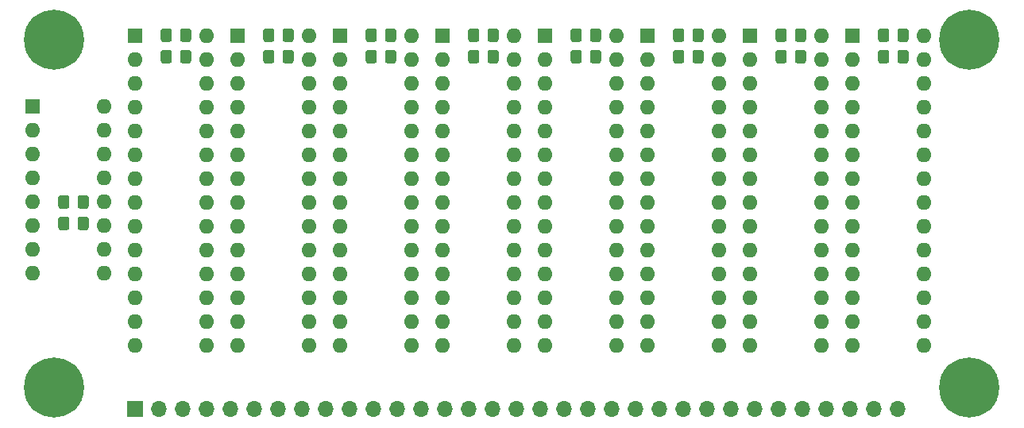
<source format=gbs>
G04 #@! TF.GenerationSoftware,KiCad,Pcbnew,(5.1.9-0-10_14)*
G04 #@! TF.CreationDate,2021-06-10T12:38:53+02:00*
G04 #@! TF.ProjectId,video_memory,76696465-6f5f-46d6-956d-6f72792e6b69,rev?*
G04 #@! TF.SameCoordinates,Original*
G04 #@! TF.FileFunction,Soldermask,Bot*
G04 #@! TF.FilePolarity,Negative*
%FSLAX46Y46*%
G04 Gerber Fmt 4.6, Leading zero omitted, Abs format (unit mm)*
G04 Created by KiCad (PCBNEW (5.1.9-0-10_14)) date 2021-06-10 12:38:53*
%MOMM*%
%LPD*%
G01*
G04 APERTURE LIST*
%ADD10O,1.600000X1.600000*%
%ADD11R,1.600000X1.600000*%
%ADD12C,6.400000*%
%ADD13O,1.700000X1.700000*%
%ADD14R,1.700000X1.700000*%
G04 APERTURE END LIST*
D10*
X96266000Y-85905000D03*
X88646000Y-118925000D03*
X96266000Y-88445000D03*
X88646000Y-116385000D03*
X96266000Y-90985000D03*
X88646000Y-113845000D03*
X96266000Y-93525000D03*
X88646000Y-111305000D03*
X96266000Y-96065000D03*
X88646000Y-108765000D03*
X96266000Y-98605000D03*
X88646000Y-106225000D03*
X96266000Y-101145000D03*
X88646000Y-103685000D03*
X96266000Y-103685000D03*
X88646000Y-101145000D03*
X96266000Y-106225000D03*
X88646000Y-98605000D03*
X96266000Y-108765000D03*
X88646000Y-96065000D03*
X96266000Y-111305000D03*
X88646000Y-93525000D03*
X96266000Y-113845000D03*
X88646000Y-90985000D03*
X96266000Y-116385000D03*
X88646000Y-88445000D03*
X96266000Y-118925000D03*
D11*
X88646000Y-85905000D03*
G36*
G01*
X168968000Y-87663000D02*
X168968000Y-88613000D01*
G75*
G02*
X168718000Y-88863000I-250000J0D01*
G01*
X168043000Y-88863000D01*
G75*
G02*
X167793000Y-88613000I0J250000D01*
G01*
X167793000Y-87663000D01*
G75*
G02*
X168043000Y-87413000I250000J0D01*
G01*
X168718000Y-87413000D01*
G75*
G02*
X168968000Y-87663000I0J-250000D01*
G01*
G37*
G36*
G01*
X171043000Y-87663000D02*
X171043000Y-88613000D01*
G75*
G02*
X170793000Y-88863000I-250000J0D01*
G01*
X170118000Y-88863000D01*
G75*
G02*
X169868000Y-88613000I0J250000D01*
G01*
X169868000Y-87663000D01*
G75*
G02*
X170118000Y-87413000I250000J0D01*
G01*
X170793000Y-87413000D01*
G75*
G02*
X171043000Y-87663000I0J-250000D01*
G01*
G37*
G36*
G01*
X158046000Y-87663000D02*
X158046000Y-88613000D01*
G75*
G02*
X157796000Y-88863000I-250000J0D01*
G01*
X157121000Y-88863000D01*
G75*
G02*
X156871000Y-88613000I0J250000D01*
G01*
X156871000Y-87663000D01*
G75*
G02*
X157121000Y-87413000I250000J0D01*
G01*
X157796000Y-87413000D01*
G75*
G02*
X158046000Y-87663000I0J-250000D01*
G01*
G37*
G36*
G01*
X160121000Y-87663000D02*
X160121000Y-88613000D01*
G75*
G02*
X159871000Y-88863000I-250000J0D01*
G01*
X159196000Y-88863000D01*
G75*
G02*
X158946000Y-88613000I0J250000D01*
G01*
X158946000Y-87663000D01*
G75*
G02*
X159196000Y-87413000I250000J0D01*
G01*
X159871000Y-87413000D01*
G75*
G02*
X160121000Y-87663000I0J-250000D01*
G01*
G37*
G36*
G01*
X147124000Y-87663000D02*
X147124000Y-88613000D01*
G75*
G02*
X146874000Y-88863000I-250000J0D01*
G01*
X146199000Y-88863000D01*
G75*
G02*
X145949000Y-88613000I0J250000D01*
G01*
X145949000Y-87663000D01*
G75*
G02*
X146199000Y-87413000I250000J0D01*
G01*
X146874000Y-87413000D01*
G75*
G02*
X147124000Y-87663000I0J-250000D01*
G01*
G37*
G36*
G01*
X149199000Y-87663000D02*
X149199000Y-88613000D01*
G75*
G02*
X148949000Y-88863000I-250000J0D01*
G01*
X148274000Y-88863000D01*
G75*
G02*
X148024000Y-88613000I0J250000D01*
G01*
X148024000Y-87663000D01*
G75*
G02*
X148274000Y-87413000I250000J0D01*
G01*
X148949000Y-87413000D01*
G75*
G02*
X149199000Y-87663000I0J-250000D01*
G01*
G37*
G36*
G01*
X136202000Y-87663000D02*
X136202000Y-88613000D01*
G75*
G02*
X135952000Y-88863000I-250000J0D01*
G01*
X135277000Y-88863000D01*
G75*
G02*
X135027000Y-88613000I0J250000D01*
G01*
X135027000Y-87663000D01*
G75*
G02*
X135277000Y-87413000I250000J0D01*
G01*
X135952000Y-87413000D01*
G75*
G02*
X136202000Y-87663000I0J-250000D01*
G01*
G37*
G36*
G01*
X138277000Y-87663000D02*
X138277000Y-88613000D01*
G75*
G02*
X138027000Y-88863000I-250000J0D01*
G01*
X137352000Y-88863000D01*
G75*
G02*
X137102000Y-88613000I0J250000D01*
G01*
X137102000Y-87663000D01*
G75*
G02*
X137352000Y-87413000I250000J0D01*
G01*
X138027000Y-87413000D01*
G75*
G02*
X138277000Y-87663000I0J-250000D01*
G01*
G37*
G36*
G01*
X125280000Y-87663000D02*
X125280000Y-88613000D01*
G75*
G02*
X125030000Y-88863000I-250000J0D01*
G01*
X124355000Y-88863000D01*
G75*
G02*
X124105000Y-88613000I0J250000D01*
G01*
X124105000Y-87663000D01*
G75*
G02*
X124355000Y-87413000I250000J0D01*
G01*
X125030000Y-87413000D01*
G75*
G02*
X125280000Y-87663000I0J-250000D01*
G01*
G37*
G36*
G01*
X127355000Y-87663000D02*
X127355000Y-88613000D01*
G75*
G02*
X127105000Y-88863000I-250000J0D01*
G01*
X126430000Y-88863000D01*
G75*
G02*
X126180000Y-88613000I0J250000D01*
G01*
X126180000Y-87663000D01*
G75*
G02*
X126430000Y-87413000I250000J0D01*
G01*
X127105000Y-87413000D01*
G75*
G02*
X127355000Y-87663000I0J-250000D01*
G01*
G37*
G36*
G01*
X114358000Y-87663000D02*
X114358000Y-88613000D01*
G75*
G02*
X114108000Y-88863000I-250000J0D01*
G01*
X113433000Y-88863000D01*
G75*
G02*
X113183000Y-88613000I0J250000D01*
G01*
X113183000Y-87663000D01*
G75*
G02*
X113433000Y-87413000I250000J0D01*
G01*
X114108000Y-87413000D01*
G75*
G02*
X114358000Y-87663000I0J-250000D01*
G01*
G37*
G36*
G01*
X116433000Y-87663000D02*
X116433000Y-88613000D01*
G75*
G02*
X116183000Y-88863000I-250000J0D01*
G01*
X115508000Y-88863000D01*
G75*
G02*
X115258000Y-88613000I0J250000D01*
G01*
X115258000Y-87663000D01*
G75*
G02*
X115508000Y-87413000I250000J0D01*
G01*
X116183000Y-87413000D01*
G75*
G02*
X116433000Y-87663000I0J-250000D01*
G01*
G37*
G36*
G01*
X103436000Y-87663000D02*
X103436000Y-88613000D01*
G75*
G02*
X103186000Y-88863000I-250000J0D01*
G01*
X102511000Y-88863000D01*
G75*
G02*
X102261000Y-88613000I0J250000D01*
G01*
X102261000Y-87663000D01*
G75*
G02*
X102511000Y-87413000I250000J0D01*
G01*
X103186000Y-87413000D01*
G75*
G02*
X103436000Y-87663000I0J-250000D01*
G01*
G37*
G36*
G01*
X105511000Y-87663000D02*
X105511000Y-88613000D01*
G75*
G02*
X105261000Y-88863000I-250000J0D01*
G01*
X104586000Y-88863000D01*
G75*
G02*
X104336000Y-88613000I0J250000D01*
G01*
X104336000Y-87663000D01*
G75*
G02*
X104586000Y-87413000I250000J0D01*
G01*
X105261000Y-87413000D01*
G75*
G02*
X105511000Y-87663000I0J-250000D01*
G01*
G37*
G36*
G01*
X92514000Y-87663000D02*
X92514000Y-88613000D01*
G75*
G02*
X92264000Y-88863000I-250000J0D01*
G01*
X91589000Y-88863000D01*
G75*
G02*
X91339000Y-88613000I0J250000D01*
G01*
X91339000Y-87663000D01*
G75*
G02*
X91589000Y-87413000I250000J0D01*
G01*
X92264000Y-87413000D01*
G75*
G02*
X92514000Y-87663000I0J-250000D01*
G01*
G37*
G36*
G01*
X94589000Y-87663000D02*
X94589000Y-88613000D01*
G75*
G02*
X94339000Y-88863000I-250000J0D01*
G01*
X93664000Y-88863000D01*
G75*
G02*
X93414000Y-88613000I0J250000D01*
G01*
X93414000Y-87663000D01*
G75*
G02*
X93664000Y-87413000I250000J0D01*
G01*
X94339000Y-87413000D01*
G75*
G02*
X94589000Y-87663000I0J-250000D01*
G01*
G37*
G36*
G01*
X81592000Y-105443000D02*
X81592000Y-106393000D01*
G75*
G02*
X81342000Y-106643000I-250000J0D01*
G01*
X80667000Y-106643000D01*
G75*
G02*
X80417000Y-106393000I0J250000D01*
G01*
X80417000Y-105443000D01*
G75*
G02*
X80667000Y-105193000I250000J0D01*
G01*
X81342000Y-105193000D01*
G75*
G02*
X81592000Y-105443000I0J-250000D01*
G01*
G37*
G36*
G01*
X83667000Y-105443000D02*
X83667000Y-106393000D01*
G75*
G02*
X83417000Y-106643000I-250000J0D01*
G01*
X82742000Y-106643000D01*
G75*
G02*
X82492000Y-106393000I0J250000D01*
G01*
X82492000Y-105443000D01*
G75*
G02*
X82742000Y-105193000I250000J0D01*
G01*
X83417000Y-105193000D01*
G75*
G02*
X83667000Y-105443000I0J-250000D01*
G01*
G37*
G36*
G01*
X168968000Y-85377000D02*
X168968000Y-86327000D01*
G75*
G02*
X168718000Y-86577000I-250000J0D01*
G01*
X168043000Y-86577000D01*
G75*
G02*
X167793000Y-86327000I0J250000D01*
G01*
X167793000Y-85377000D01*
G75*
G02*
X168043000Y-85127000I250000J0D01*
G01*
X168718000Y-85127000D01*
G75*
G02*
X168968000Y-85377000I0J-250000D01*
G01*
G37*
G36*
G01*
X171043000Y-85377000D02*
X171043000Y-86327000D01*
G75*
G02*
X170793000Y-86577000I-250000J0D01*
G01*
X170118000Y-86577000D01*
G75*
G02*
X169868000Y-86327000I0J250000D01*
G01*
X169868000Y-85377000D01*
G75*
G02*
X170118000Y-85127000I250000J0D01*
G01*
X170793000Y-85127000D01*
G75*
G02*
X171043000Y-85377000I0J-250000D01*
G01*
G37*
G36*
G01*
X158046000Y-85377000D02*
X158046000Y-86327000D01*
G75*
G02*
X157796000Y-86577000I-250000J0D01*
G01*
X157121000Y-86577000D01*
G75*
G02*
X156871000Y-86327000I0J250000D01*
G01*
X156871000Y-85377000D01*
G75*
G02*
X157121000Y-85127000I250000J0D01*
G01*
X157796000Y-85127000D01*
G75*
G02*
X158046000Y-85377000I0J-250000D01*
G01*
G37*
G36*
G01*
X160121000Y-85377000D02*
X160121000Y-86327000D01*
G75*
G02*
X159871000Y-86577000I-250000J0D01*
G01*
X159196000Y-86577000D01*
G75*
G02*
X158946000Y-86327000I0J250000D01*
G01*
X158946000Y-85377000D01*
G75*
G02*
X159196000Y-85127000I250000J0D01*
G01*
X159871000Y-85127000D01*
G75*
G02*
X160121000Y-85377000I0J-250000D01*
G01*
G37*
G36*
G01*
X147124000Y-85377000D02*
X147124000Y-86327000D01*
G75*
G02*
X146874000Y-86577000I-250000J0D01*
G01*
X146199000Y-86577000D01*
G75*
G02*
X145949000Y-86327000I0J250000D01*
G01*
X145949000Y-85377000D01*
G75*
G02*
X146199000Y-85127000I250000J0D01*
G01*
X146874000Y-85127000D01*
G75*
G02*
X147124000Y-85377000I0J-250000D01*
G01*
G37*
G36*
G01*
X149199000Y-85377000D02*
X149199000Y-86327000D01*
G75*
G02*
X148949000Y-86577000I-250000J0D01*
G01*
X148274000Y-86577000D01*
G75*
G02*
X148024000Y-86327000I0J250000D01*
G01*
X148024000Y-85377000D01*
G75*
G02*
X148274000Y-85127000I250000J0D01*
G01*
X148949000Y-85127000D01*
G75*
G02*
X149199000Y-85377000I0J-250000D01*
G01*
G37*
G36*
G01*
X136202000Y-85377000D02*
X136202000Y-86327000D01*
G75*
G02*
X135952000Y-86577000I-250000J0D01*
G01*
X135277000Y-86577000D01*
G75*
G02*
X135027000Y-86327000I0J250000D01*
G01*
X135027000Y-85377000D01*
G75*
G02*
X135277000Y-85127000I250000J0D01*
G01*
X135952000Y-85127000D01*
G75*
G02*
X136202000Y-85377000I0J-250000D01*
G01*
G37*
G36*
G01*
X138277000Y-85377000D02*
X138277000Y-86327000D01*
G75*
G02*
X138027000Y-86577000I-250000J0D01*
G01*
X137352000Y-86577000D01*
G75*
G02*
X137102000Y-86327000I0J250000D01*
G01*
X137102000Y-85377000D01*
G75*
G02*
X137352000Y-85127000I250000J0D01*
G01*
X138027000Y-85127000D01*
G75*
G02*
X138277000Y-85377000I0J-250000D01*
G01*
G37*
G36*
G01*
X125280000Y-85377000D02*
X125280000Y-86327000D01*
G75*
G02*
X125030000Y-86577000I-250000J0D01*
G01*
X124355000Y-86577000D01*
G75*
G02*
X124105000Y-86327000I0J250000D01*
G01*
X124105000Y-85377000D01*
G75*
G02*
X124355000Y-85127000I250000J0D01*
G01*
X125030000Y-85127000D01*
G75*
G02*
X125280000Y-85377000I0J-250000D01*
G01*
G37*
G36*
G01*
X127355000Y-85377000D02*
X127355000Y-86327000D01*
G75*
G02*
X127105000Y-86577000I-250000J0D01*
G01*
X126430000Y-86577000D01*
G75*
G02*
X126180000Y-86327000I0J250000D01*
G01*
X126180000Y-85377000D01*
G75*
G02*
X126430000Y-85127000I250000J0D01*
G01*
X127105000Y-85127000D01*
G75*
G02*
X127355000Y-85377000I0J-250000D01*
G01*
G37*
G36*
G01*
X114358000Y-85377000D02*
X114358000Y-86327000D01*
G75*
G02*
X114108000Y-86577000I-250000J0D01*
G01*
X113433000Y-86577000D01*
G75*
G02*
X113183000Y-86327000I0J250000D01*
G01*
X113183000Y-85377000D01*
G75*
G02*
X113433000Y-85127000I250000J0D01*
G01*
X114108000Y-85127000D01*
G75*
G02*
X114358000Y-85377000I0J-250000D01*
G01*
G37*
G36*
G01*
X116433000Y-85377000D02*
X116433000Y-86327000D01*
G75*
G02*
X116183000Y-86577000I-250000J0D01*
G01*
X115508000Y-86577000D01*
G75*
G02*
X115258000Y-86327000I0J250000D01*
G01*
X115258000Y-85377000D01*
G75*
G02*
X115508000Y-85127000I250000J0D01*
G01*
X116183000Y-85127000D01*
G75*
G02*
X116433000Y-85377000I0J-250000D01*
G01*
G37*
G36*
G01*
X103436000Y-85377000D02*
X103436000Y-86327000D01*
G75*
G02*
X103186000Y-86577000I-250000J0D01*
G01*
X102511000Y-86577000D01*
G75*
G02*
X102261000Y-86327000I0J250000D01*
G01*
X102261000Y-85377000D01*
G75*
G02*
X102511000Y-85127000I250000J0D01*
G01*
X103186000Y-85127000D01*
G75*
G02*
X103436000Y-85377000I0J-250000D01*
G01*
G37*
G36*
G01*
X105511000Y-85377000D02*
X105511000Y-86327000D01*
G75*
G02*
X105261000Y-86577000I-250000J0D01*
G01*
X104586000Y-86577000D01*
G75*
G02*
X104336000Y-86327000I0J250000D01*
G01*
X104336000Y-85377000D01*
G75*
G02*
X104586000Y-85127000I250000J0D01*
G01*
X105261000Y-85127000D01*
G75*
G02*
X105511000Y-85377000I0J-250000D01*
G01*
G37*
G36*
G01*
X92514000Y-85377000D02*
X92514000Y-86327000D01*
G75*
G02*
X92264000Y-86577000I-250000J0D01*
G01*
X91589000Y-86577000D01*
G75*
G02*
X91339000Y-86327000I0J250000D01*
G01*
X91339000Y-85377000D01*
G75*
G02*
X91589000Y-85127000I250000J0D01*
G01*
X92264000Y-85127000D01*
G75*
G02*
X92514000Y-85377000I0J-250000D01*
G01*
G37*
G36*
G01*
X94589000Y-85377000D02*
X94589000Y-86327000D01*
G75*
G02*
X94339000Y-86577000I-250000J0D01*
G01*
X93664000Y-86577000D01*
G75*
G02*
X93414000Y-86327000I0J250000D01*
G01*
X93414000Y-85377000D01*
G75*
G02*
X93664000Y-85127000I250000J0D01*
G01*
X94339000Y-85127000D01*
G75*
G02*
X94589000Y-85377000I0J-250000D01*
G01*
G37*
G36*
G01*
X81592000Y-103157000D02*
X81592000Y-104107000D01*
G75*
G02*
X81342000Y-104357000I-250000J0D01*
G01*
X80667000Y-104357000D01*
G75*
G02*
X80417000Y-104107000I0J250000D01*
G01*
X80417000Y-103157000D01*
G75*
G02*
X80667000Y-102907000I250000J0D01*
G01*
X81342000Y-102907000D01*
G75*
G02*
X81592000Y-103157000I0J-250000D01*
G01*
G37*
G36*
G01*
X83667000Y-103157000D02*
X83667000Y-104107000D01*
G75*
G02*
X83417000Y-104357000I-250000J0D01*
G01*
X82742000Y-104357000D01*
G75*
G02*
X82492000Y-104107000I0J250000D01*
G01*
X82492000Y-103157000D01*
G75*
G02*
X82742000Y-102907000I250000J0D01*
G01*
X83417000Y-102907000D01*
G75*
G02*
X83667000Y-103157000I0J-250000D01*
G01*
G37*
D10*
X85344000Y-93472000D03*
X77724000Y-111252000D03*
X85344000Y-96012000D03*
X77724000Y-108712000D03*
X85344000Y-98552000D03*
X77724000Y-106172000D03*
X85344000Y-101092000D03*
X77724000Y-103632000D03*
X85344000Y-103632000D03*
X77724000Y-101092000D03*
X85344000Y-106172000D03*
X77724000Y-98552000D03*
X85344000Y-108712000D03*
X77724000Y-96012000D03*
X85344000Y-111252000D03*
D11*
X77724000Y-93472000D03*
D12*
X177546000Y-123444000D03*
X177546000Y-86360000D03*
X80010000Y-123444000D03*
X80010000Y-86360000D03*
D10*
X172720000Y-85905000D03*
X165100000Y-118925000D03*
X172720000Y-88445000D03*
X165100000Y-116385000D03*
X172720000Y-90985000D03*
X165100000Y-113845000D03*
X172720000Y-93525000D03*
X165100000Y-111305000D03*
X172720000Y-96065000D03*
X165100000Y-108765000D03*
X172720000Y-98605000D03*
X165100000Y-106225000D03*
X172720000Y-101145000D03*
X165100000Y-103685000D03*
X172720000Y-103685000D03*
X165100000Y-101145000D03*
X172720000Y-106225000D03*
X165100000Y-98605000D03*
X172720000Y-108765000D03*
X165100000Y-96065000D03*
X172720000Y-111305000D03*
X165100000Y-93525000D03*
X172720000Y-113845000D03*
X165100000Y-90985000D03*
X172720000Y-116385000D03*
X165100000Y-88445000D03*
X172720000Y-118925000D03*
D11*
X165100000Y-85905000D03*
D10*
X161798000Y-85905000D03*
X154178000Y-118925000D03*
X161798000Y-88445000D03*
X154178000Y-116385000D03*
X161798000Y-90985000D03*
X154178000Y-113845000D03*
X161798000Y-93525000D03*
X154178000Y-111305000D03*
X161798000Y-96065000D03*
X154178000Y-108765000D03*
X161798000Y-98605000D03*
X154178000Y-106225000D03*
X161798000Y-101145000D03*
X154178000Y-103685000D03*
X161798000Y-103685000D03*
X154178000Y-101145000D03*
X161798000Y-106225000D03*
X154178000Y-98605000D03*
X161798000Y-108765000D03*
X154178000Y-96065000D03*
X161798000Y-111305000D03*
X154178000Y-93525000D03*
X161798000Y-113845000D03*
X154178000Y-90985000D03*
X161798000Y-116385000D03*
X154178000Y-88445000D03*
X161798000Y-118925000D03*
D11*
X154178000Y-85905000D03*
D10*
X150876000Y-85905000D03*
X143256000Y-118925000D03*
X150876000Y-88445000D03*
X143256000Y-116385000D03*
X150876000Y-90985000D03*
X143256000Y-113845000D03*
X150876000Y-93525000D03*
X143256000Y-111305000D03*
X150876000Y-96065000D03*
X143256000Y-108765000D03*
X150876000Y-98605000D03*
X143256000Y-106225000D03*
X150876000Y-101145000D03*
X143256000Y-103685000D03*
X150876000Y-103685000D03*
X143256000Y-101145000D03*
X150876000Y-106225000D03*
X143256000Y-98605000D03*
X150876000Y-108765000D03*
X143256000Y-96065000D03*
X150876000Y-111305000D03*
X143256000Y-93525000D03*
X150876000Y-113845000D03*
X143256000Y-90985000D03*
X150876000Y-116385000D03*
X143256000Y-88445000D03*
X150876000Y-118925000D03*
D11*
X143256000Y-85905000D03*
D10*
X139954000Y-85905000D03*
X132334000Y-118925000D03*
X139954000Y-88445000D03*
X132334000Y-116385000D03*
X139954000Y-90985000D03*
X132334000Y-113845000D03*
X139954000Y-93525000D03*
X132334000Y-111305000D03*
X139954000Y-96065000D03*
X132334000Y-108765000D03*
X139954000Y-98605000D03*
X132334000Y-106225000D03*
X139954000Y-101145000D03*
X132334000Y-103685000D03*
X139954000Y-103685000D03*
X132334000Y-101145000D03*
X139954000Y-106225000D03*
X132334000Y-98605000D03*
X139954000Y-108765000D03*
X132334000Y-96065000D03*
X139954000Y-111305000D03*
X132334000Y-93525000D03*
X139954000Y-113845000D03*
X132334000Y-90985000D03*
X139954000Y-116385000D03*
X132334000Y-88445000D03*
X139954000Y-118925000D03*
D11*
X132334000Y-85905000D03*
D10*
X129032000Y-85905000D03*
X121412000Y-118925000D03*
X129032000Y-88445000D03*
X121412000Y-116385000D03*
X129032000Y-90985000D03*
X121412000Y-113845000D03*
X129032000Y-93525000D03*
X121412000Y-111305000D03*
X129032000Y-96065000D03*
X121412000Y-108765000D03*
X129032000Y-98605000D03*
X121412000Y-106225000D03*
X129032000Y-101145000D03*
X121412000Y-103685000D03*
X129032000Y-103685000D03*
X121412000Y-101145000D03*
X129032000Y-106225000D03*
X121412000Y-98605000D03*
X129032000Y-108765000D03*
X121412000Y-96065000D03*
X129032000Y-111305000D03*
X121412000Y-93525000D03*
X129032000Y-113845000D03*
X121412000Y-90985000D03*
X129032000Y-116385000D03*
X121412000Y-88445000D03*
X129032000Y-118925000D03*
D11*
X121412000Y-85905000D03*
D10*
X118110000Y-85905000D03*
X110490000Y-118925000D03*
X118110000Y-88445000D03*
X110490000Y-116385000D03*
X118110000Y-90985000D03*
X110490000Y-113845000D03*
X118110000Y-93525000D03*
X110490000Y-111305000D03*
X118110000Y-96065000D03*
X110490000Y-108765000D03*
X118110000Y-98605000D03*
X110490000Y-106225000D03*
X118110000Y-101145000D03*
X110490000Y-103685000D03*
X118110000Y-103685000D03*
X110490000Y-101145000D03*
X118110000Y-106225000D03*
X110490000Y-98605000D03*
X118110000Y-108765000D03*
X110490000Y-96065000D03*
X118110000Y-111305000D03*
X110490000Y-93525000D03*
X118110000Y-113845000D03*
X110490000Y-90985000D03*
X118110000Y-116385000D03*
X110490000Y-88445000D03*
X118110000Y-118925000D03*
D11*
X110490000Y-85905000D03*
D10*
X107188000Y-85905000D03*
X99568000Y-118925000D03*
X107188000Y-88445000D03*
X99568000Y-116385000D03*
X107188000Y-90985000D03*
X99568000Y-113845000D03*
X107188000Y-93525000D03*
X99568000Y-111305000D03*
X107188000Y-96065000D03*
X99568000Y-108765000D03*
X107188000Y-98605000D03*
X99568000Y-106225000D03*
X107188000Y-101145000D03*
X99568000Y-103685000D03*
X107188000Y-103685000D03*
X99568000Y-101145000D03*
X107188000Y-106225000D03*
X99568000Y-98605000D03*
X107188000Y-108765000D03*
X99568000Y-96065000D03*
X107188000Y-111305000D03*
X99568000Y-93525000D03*
X107188000Y-113845000D03*
X99568000Y-90985000D03*
X107188000Y-116385000D03*
X99568000Y-88445000D03*
X107188000Y-118925000D03*
D11*
X99568000Y-85905000D03*
D13*
X169926000Y-125730000D03*
X167386000Y-125730000D03*
X164846000Y-125730000D03*
X162306000Y-125730000D03*
X159766000Y-125730000D03*
X157226000Y-125730000D03*
X154686000Y-125730000D03*
X152146000Y-125730000D03*
X149606000Y-125730000D03*
X147066000Y-125730000D03*
X144526000Y-125730000D03*
X141986000Y-125730000D03*
X139446000Y-125730000D03*
X136906000Y-125730000D03*
X134366000Y-125730000D03*
X131826000Y-125730000D03*
X129286000Y-125730000D03*
X126746000Y-125730000D03*
X124206000Y-125730000D03*
X121666000Y-125730000D03*
X119126000Y-125730000D03*
X116586000Y-125730000D03*
X114046000Y-125730000D03*
X111506000Y-125730000D03*
X108966000Y-125730000D03*
X106426000Y-125730000D03*
X103886000Y-125730000D03*
X101346000Y-125730000D03*
X98806000Y-125730000D03*
X96266000Y-125730000D03*
X93726000Y-125730000D03*
X91186000Y-125730000D03*
D14*
X88646000Y-125730000D03*
M02*

</source>
